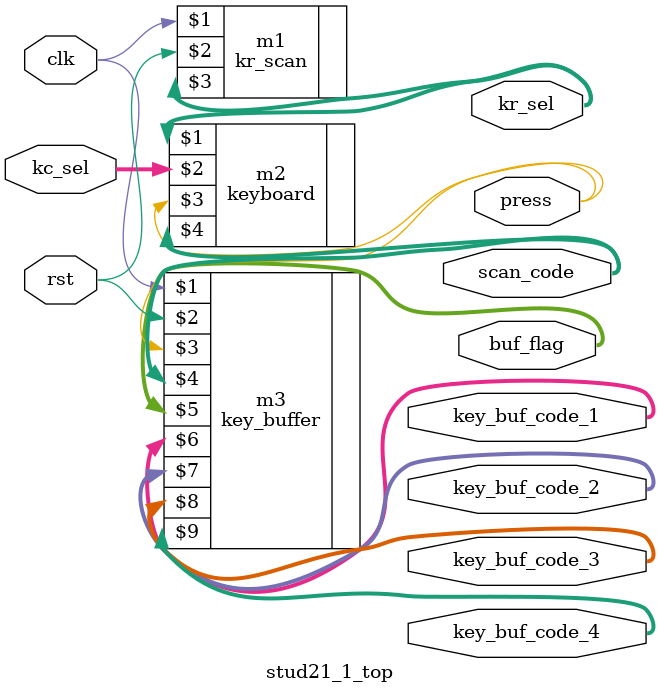
<source format=v>
module stud21_1_top(clk,rst,kc_sel,kr_sel,press,scan_code,buf_flag,key_buf_code_1,key_buf_code_2,key_buf_code_3,key_buf_code_4);
	input clk,rst;
	input [3:0] kc_sel;
	output [3:0] kr_sel;
	output press;
	output [3:0]scan_code;
	output [5:0]buf_flag;
	output [23:0] key_buf_code_1;
	output [23:0] key_buf_code_2;
	output [31:0] key_buf_code_3;
	output [31:0] key_buf_code_4;
	
	kr_scan m1(clk,rst,kr_sel);
	keyboard m2(kr_sel,kc_sel,press,scan_code);
	key_buffer m3(clk,rst,press,scan_code,buf_flag,key_buf_code_1,key_buf_code_2,key_buf_code_3,key_buf_code_4);
endmodule 
</source>
